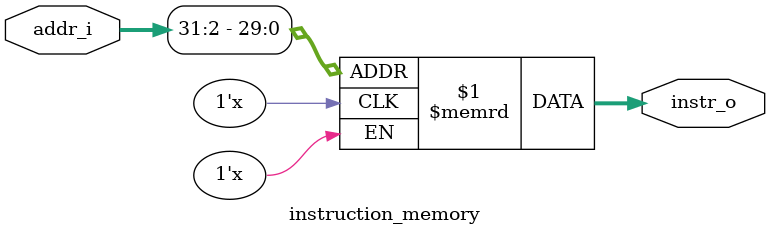
<source format=v>

module instruction_memory (
    input wire [31:0] addr_i,
    output wire [31:0] instr_o
);

// Define memory parameters
parameter MEM_SIZE = 256; // 256 words = 1KB
reg [31:0] mem [0:MEM_SIZE-1];

// Use a synthesizable read port for the memory
assign instr_o = mem[addr_i[31:2]];

`ifndef SYNTHESIS
// This initial block is for simulation only and should be handled by a .mem file for synthesis.
initial begin
    // Hardcoded instructions here (for simulation)
    mem[0] = 32'h00a00093;
    mem[1] = 32'h00508113;
    mem[2] = 32'h40510133;
    mem[3] = 32'h01400213;
    mem[4] = 32'h00400023;
    mem[5] = 32'h00002283;
    mem[6] = 32'h06400313;
    mem[7] = 32'h00828663;
    mem[8] = 32'h00130313;
    mem[9] = 32'h0c800393;
    mem[10] = 32'h0040006f;
    mem[11] = 32'h00000013;
    mem[12] = 32'hffc0006f;
end
`endif

endmodule
</source>
